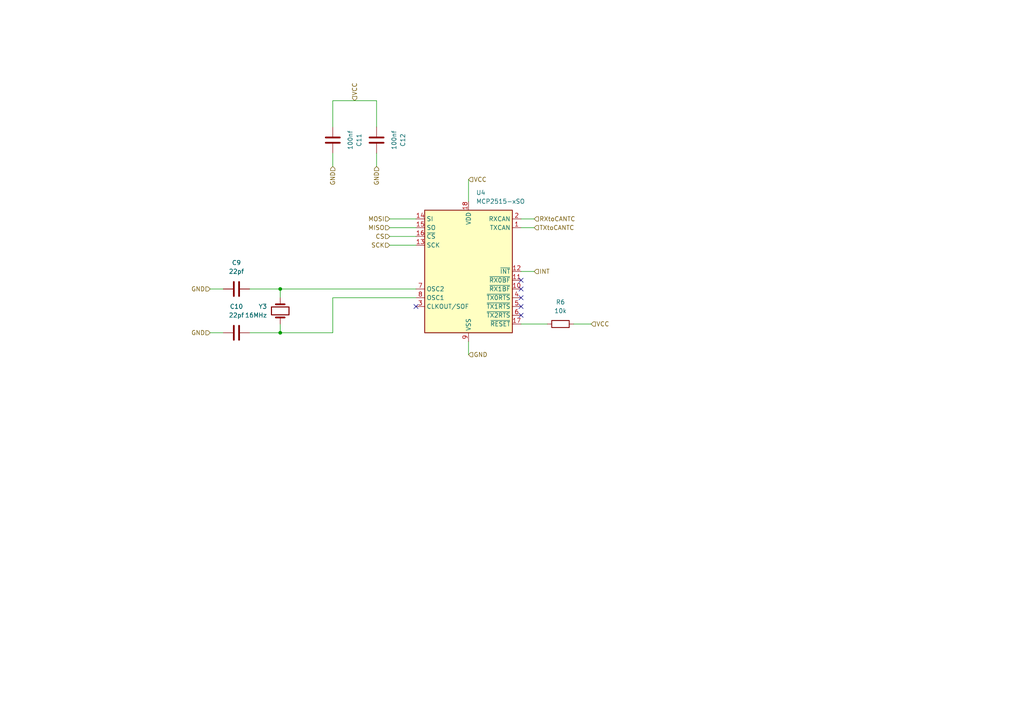
<source format=kicad_sch>
(kicad_sch (version 20250114) (generator "eeschema") (generator_version "9.0")
  (paper "A4")
  (lib_symbols
    (symbol "Device:C" (pin_numbers (hide yes)) (pin_names (offset 0.254))
      (property "Reference" "C" (at 0.635 2.54 0))
      (property "Value" "C" (at 0.635 -2.54 0))
      (symbol "C_0_1"
        (polyline (pts (xy -2.032 0.762) (xy 2.032 0.762)) (stroke (width 0.508)))
        (polyline (pts (xy -2.032 -0.762) (xy 2.032 -0.762)) (stroke (width 0.508)))
      )
      (symbol "C_1_1"
        (pin passive line (at 0 3.81 270) (length 2.794) (name "~") (number "1"))
        (pin passive line (at 0 -3.81 90) (length 2.794) (name "~") (number "2"))
      )
    )
    (symbol "Device:Crystal" (pin_numbers (hide yes)) (pin_names (offset 1.016) (hide yes))
      (property "Reference" "Y" (at 0 3.81 0))
      (property "Value" "Crystal" (at 0 -3.81 0))
      (symbol "Crystal_0_1"
        (polyline (pts (xy -2.54 0) (xy -1.905 0)))
        (polyline (pts (xy -1.905 -1.27) (xy -1.905 1.27)) (stroke (width 0.508)))
        (rectangle (start -1.143 2.54) (end 1.143 -2.54) (stroke (width 0.3048)))
        (polyline (pts (xy 1.905 -1.27) (xy 1.905 1.27)) (stroke (width 0.508)))
        (polyline (pts (xy 2.54 0) (xy 1.905 0)))
      )
      (symbol "Crystal_1_1"
        (pin passive line (at -3.81 0 0) (length 1.27) (name "1") (number "1"))
        (pin passive line (at 3.81 0 180) (length 1.27) (name "2") (number "2"))
      )
    )
    (symbol "Device:R" (pin_numbers (hide yes)) (pin_names (offset 0))
      (property "Reference" "R" (at 2.032 0 90))
      (property "Value" "R" (at 0 0 90))
      (symbol "R_0_1"
        (rectangle (start -1.016 -2.54) (end 1.016 2.54) (stroke (width 0.254)))
      )
      (symbol "R_1_1"
        (pin passive line (at 0 3.81 270) (length 1.27) (name "~") (number "1"))
        (pin passive line (at 0 -3.81 90) (length 1.27) (name "~") (number "2"))
      )
    )
    (symbol "Interface_CAN_LIN:MCP2515-xSO"
      (property "Reference" "U" (at -10.16 19.685 0))
      (property "Value" "MCP2515-xSO" (at 19.05 20.32 0))
      (symbol "MCP2515-xSO_0_1"
        (rectangle (start -12.7 17.78) (end 12.7 -17.78) (stroke (width 0.254)) (fill (type background)))
      )
      (symbol "MCP2515-xSO_1_1"
        (pin input line (at -15.24 15.24 0) (length 2.54) (name "SI") (number "14"))
        (pin output line (at -15.24 12.7 0) (length 2.54) (name "SO") (number "15"))
        (pin input line (at -15.24 10.16 0) (length 2.54) (name "~{CS}") (number "16"))
        (pin input line (at -15.24 7.62 0) (length 2.54) (name "SCK") (number "13"))
        (pin output line (at -15.24 -5.08 0) (length 2.54) (name "OSC2") (number "7"))
        (pin input line (at -15.24 -7.62 0) (length 2.54) (name "OSC1") (number "8"))
        (pin output line (at -15.24 -10.16 0) (length 2.54) (name "CLKOUT/SOF") (number "3"))
        (pin power_in line (at 0 20.32 270) (length 2.54) (name "VDD") (number "18"))
        (pin power_in line (at 0 -20.32 90) (length 2.54) (name "VSS") (number "9"))
        (pin input line (at 15.24 15.24 180) (length 2.54) (name "RXCAN") (number "2"))
        (pin output line (at 15.24 12.7 180) (length 2.54) (name "TXCAN") (number "1"))
        (pin output line (at 15.24 0 180) (length 2.54) (name "~{INT}") (number "12"))
        (pin output line (at 15.24 -2.54 180) (length 2.54) (name "~{RX0BF}") (number "11"))
        (pin output line (at 15.24 -5.08 180) (length 2.54) (name "~{RX1BF}") (number "10"))
        (pin input line (at 15.24 -7.62 180) (length 2.54) (name "~{TX0RTS}") (number "4"))
        (pin input line (at 15.24 -10.16 180) (length 2.54) (name "~{TX1RTS}") (number "5"))
        (pin input line (at 15.24 -12.7 180) (length 2.54) (name "~{TX2RTS}") (number "6"))
        (pin input line (at 15.24 -15.24 180) (length 2.54) (name "~{RESET}") (number "17"))
      )
    )
  )
  (junction (at 81.28 96.52))
  (junction (at 81.28 83.82))
  (no_connect (at 151.13 81.28))
  (no_connect (at 151.13 86.36))
  (no_connect (at 151.13 83.82))
  (no_connect (at 151.13 91.44))
  (no_connect (at 120.65 88.9))
  (no_connect (at 151.13 88.9))
  (wire (pts (xy 96.52 96.52) (xy 96.52 86.36)))
  (wire (pts (xy 151.13 66.04) (xy 154.94 66.04)))
  (wire (pts (xy 81.28 86.36) (xy 81.28 83.82)))
  (wire (pts (xy 64.77 83.82) (xy 60.96 83.82)))
  (wire (pts (xy 81.28 83.82) (xy 120.65 83.82)))
  (wire (pts (xy 72.39 96.52) (xy 81.28 96.52)))
  (wire (pts (xy 96.52 86.36) (xy 120.65 86.36)))
  (wire (pts (xy 113.03 71.12) (xy 120.65 71.12)))
  (wire (pts (xy 109.22 44.45) (xy 109.22 48.26)))
  (wire (pts (xy 81.28 83.82) (xy 72.39 83.82)))
  (wire (pts (xy 113.03 63.5) (xy 120.65 63.5)))
  (wire (pts (xy 113.03 66.04) (xy 120.65 66.04)))
  (wire (pts (xy 96.52 96.52) (xy 81.28 96.52)))
  (wire (pts (xy 151.13 78.74) (xy 154.94 78.74)))
  (wire (pts (xy 135.89 99.06) (xy 135.89 102.87)))
  (wire (pts (xy 96.52 36.83) (xy 96.52 29.21)))
  (wire (pts (xy 166.37 93.98) (xy 171.45 93.98)))
  (wire (pts (xy 109.22 29.21) (xy 109.22 36.83)))
  (wire (pts (xy 113.03 68.58) (xy 120.65 68.58)))
  (wire (pts (xy 151.13 93.98) (xy 158.75 93.98)))
  (wire (pts (xy 81.28 96.52) (xy 81.28 93.98)))
  (wire (pts (xy 151.13 63.5) (xy 154.94 63.5)))
  (wire (pts (xy 96.52 44.45) (xy 96.52 48.26)))
  (wire (pts (xy 135.89 52.07) (xy 135.89 58.42)))
  (wire (pts (xy 96.52 29.21) (xy 109.22 29.21)))
  (wire (pts (xy 64.77 96.52) (xy 60.96 96.52)))
  (hierarchical_label "SCK" (shape input) (at 113.03 71.12 180))
  (hierarchical_label "GND" (shape input) (at 109.22 48.26 270))
  (hierarchical_label "MISO" (shape input) (at 113.03 66.04 180))
  (hierarchical_label "VCC" (shape input) (at 171.45 93.98 0))
  (hierarchical_label "VCC" (shape input) (at 102.87 29.21 90))
  (hierarchical_label "GND" (shape input) (at 96.52 48.26 270))
  (hierarchical_label "CS" (shape input) (at 113.03 68.58 180))
  (hierarchical_label "RXtoCANTC" (shape input) (at 154.94 63.5 0))
  (hierarchical_label "TXtoCANTC" (shape input) (at 154.94 66.04 0))
  (hierarchical_label "MOSI" (shape input) (at 113.03 63.5 180))
  (hierarchical_label "GND" (shape input) (at 135.89 102.87 0))
  (hierarchical_label "GND" (shape input) (at 60.96 83.82 180))
  (hierarchical_label "INT" (shape input) (at 154.94 78.74 0))
  (hierarchical_label "GND" (shape input) (at 60.96 96.52 180))
  (hierarchical_label "VCC" (shape input) (at 135.89 52.07 0))
  (symbol (lib_id "Interface_CAN_LIN:MCP2515-xSO") (at 135.89 78.74 0) (unit 1)
    (property "Reference" "U4" (at 138.0841 55.88 0) (effects (justify left)))
    (property "Value" "MCP2515-xSO" (at 138.0841 58.42 0) (effects (justify left)))
    (property "Footprint" "Package_SO:SOIC-18W_7.5x11.6mm_P1.27mm" (effects (hide yes)))
    (property "Datasheet" "http://ww1.microchip.com/downloads/en/DeviceDoc/21801e.pdf" (effects (hide yes)))
    (property "Description" "Stand-Alone CAN Controller with SPI Interface, SOIC-18" (effects (hide yes)))
  )
  (symbol (lib_id "Device:C") (at 96.52 40.64 0) (unit 1)
    (property "Reference" "C11" (at 104.14 40.64 90))
    (property "Value" "100nf" (at 101.6 40.64 90))
    (property "Footprint" "Capacitor_SMD:C_1206_3216Metric_Pad1.33x1.80mm_HandSolder" (effects (hide yes)))
    (property "Description" "Unpolarized capacitor" (effects (hide yes)))
  )
  (symbol (lib_id "Device:R") (at 162.56 93.98 90) (unit 1)
    (property "Reference" "R6" (at 162.56 87.63 90))
    (property "Value" "10k" (at 162.56 90.17 90))
    (property "Footprint" "Resistor_SMD:R_1206_3216Metric_Pad1.30x1.75mm_HandSolder" (effects (hide yes)))
    (property "Description" "Resistor" (effects (hide yes)))
  )
  (symbol (lib_id "Device:Crystal") (at 81.28 90.17 270) (mirror x) (unit 1)
    (property "Reference" "Y3" (at 77.47 88.8999 90) (effects (justify right)))
    (property "Value" "16MHz" (at 77.47 91.4399 90) (effects (justify right)))
    (property "Footprint" "Crystal:Crystal_HC49-U_Vertical" (effects (hide yes)))
    (property "Description" "Two pin crystal" (effects (hide yes)))
  )
  (symbol (lib_id "Device:C") (at 68.58 83.82 270) (mirror x) (unit 1)
    (property "Reference" "C9" (at 68.58 76.2 90))
    (property "Value" "22pf" (at 68.58 78.74 90))
    (property "Footprint" "Capacitor_SMD:C_1206_3216Metric_Pad1.33x1.80mm_HandSolder" (effects (hide yes)))
    (property "Description" "Unpolarized capacitor" (effects (hide yes)))
  )
  (symbol (lib_id "Device:C") (at 109.22 40.64 0) (unit 1)
    (property "Reference" "C12" (at 116.84 40.64 90))
    (property "Value" "100nf" (at 114.3 40.64 90))
    (property "Footprint" "Capacitor_SMD:C_1206_3216Metric_Pad1.33x1.80mm_HandSolder" (effects (hide yes)))
    (property "Description" "Unpolarized capacitor" (effects (hide yes)))
  )
  (symbol (lib_id "Device:C") (at 68.58 96.52 270) (mirror x) (unit 1)
    (property "Reference" "C10" (at 68.58 88.9 90))
    (property "Value" "22pf" (at 68.58 91.44 90))
    (property "Footprint" "Capacitor_SMD:C_1206_3216Metric_Pad1.33x1.80mm_HandSolder" (effects (hide yes)))
    (property "Description" "Unpolarized capacitor" (effects (hide yes)))
  )
)
</source>
